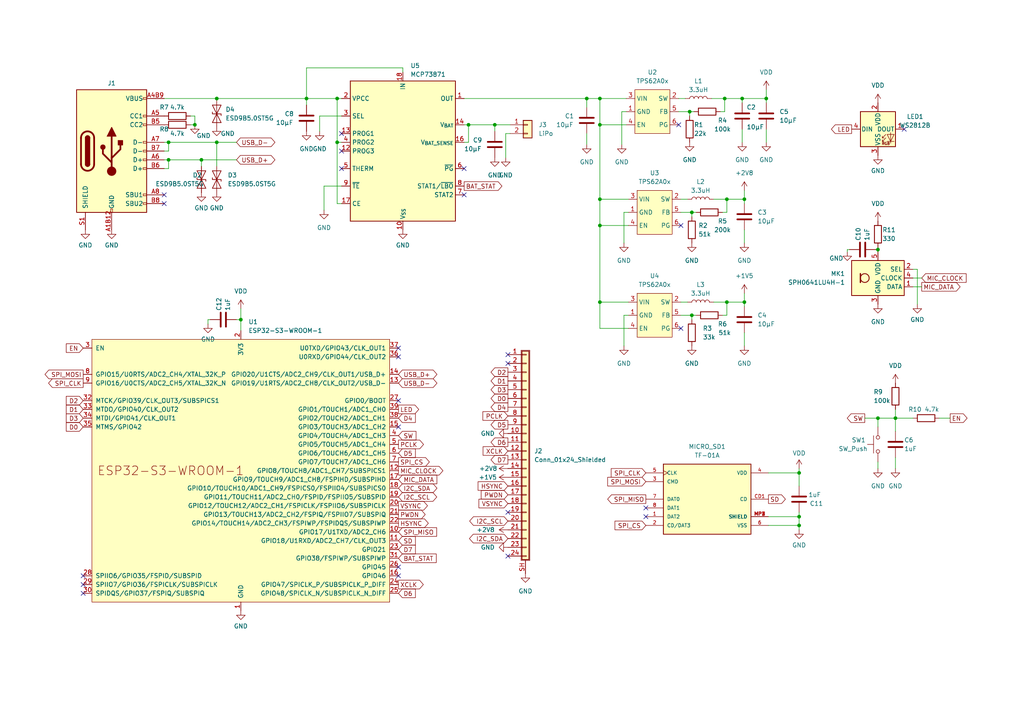
<source format=kicad_sch>
(kicad_sch (version 20230121) (generator eeschema)
  (paper "A4")
  (lib_symbols
    (symbol "Battery_Management:MCP73871"
      (property "Reference" "U" (at -7.62 24.13 0))
      (property "Value" "MCP73871" (at -15.24 21.59 0))
      (symbol "MCP73871_1_1"
        (pin power_out line (at 17.78 15.24 180) (length 2.54) (name "OUT") (number "1"))
        (pin power_in line (at 0 -22.86 90) (length 2.54) (name "V_{SS}") (number "10"))
        (pin passive line (at 0 -22.86 90) (length 2.54) hide (name "V_{SS}") (number "11"))
        (pin bidirectional line (at -17.78 0 0) (length 2.54) (name "PROG3") (number "12"))
        (pin bidirectional line (at -17.78 5.08 0) (length 2.54) (name "PROG1") (number "13"))
        (pin power_out line (at 17.78 7.62 180) (length 2.54) (name "V_{BAT}") (number "14"))
        (pin passive line (at 17.78 7.62 180) (length 2.54) hide (name "V_{BAT}") (number "15"))
        (pin input line (at 17.78 2.54 180) (length 2.54) (name "V_{BAT_SENSE}") (number "16"))
        (pin input line (at -17.78 -15.24 0) (length 2.54) (name "CE") (number "17"))
        (pin power_in line (at 0 22.86 270) (length 2.54) (name "IN") (number "18"))
        (pin passive line (at 0 22.86 270) (length 2.54) hide (name "IN") (number "19"))
        (pin input line (at -17.78 15.24 0) (length 2.54) (name "VPCC") (number "2"))
        (pin passive line (at 17.78 15.24 180) (length 2.54) hide (name "OUT") (number "20"))
        (pin passive line (at 0 -22.86 90) (length 2.54) hide (name "V_{SS}") (number "21"))
        (pin input line (at -17.78 10.16 0) (length 2.54) (name "SEL") (number "3"))
        (pin input line (at -17.78 2.54 0) (length 2.54) (name "PROG2") (number "4"))
        (pin bidirectional line (at -17.78 -5.08 0) (length 2.54) (name "THERM") (number "5"))
        (pin open_collector line (at 17.78 -5.08 180) (length 2.54) (name "~{PG}") (number "6"))
        (pin open_collector line (at 17.78 -12.7 180) (length 2.54) (name "STAT2") (number "7"))
        (pin open_collector line (at 17.78 -10.16 180) (length 2.54) (name "STAT1/~{LBO}") (number "8"))
        (pin input line (at -17.78 -10.16 0) (length 2.54) (name "~{TE}") (number "9"))
      )
    )
    (symbol "Connector_Generic:Conn_01x02" (pin_names (offset 1.016) hide)
      (property "Reference" "J" (at 0 2.54 0))
      (property "Value" "Conn_01x02" (at 0 -5.08 0))
      (symbol "Conn_01x02_1_1"
        (pin passive line (at -5.08 0 0) (length 3.81) (name "Pin_1") (number "1"))
        (pin passive line (at -5.08 -2.54 0) (length 3.81) (name "Pin_2") (number "2"))
      )
    )
    (symbol "Connector_Generic_Shielded:Conn_01x24_Shielded" (pin_names (offset 1.016) hide)
      (property "Reference" "J" (at 0.254 30.226 0))
      (property "Value" "Conn_01x24_Shielded" (at 1.016 -32.766 0))
      (symbol "Conn_01x24_Shielded_1_1"
        (pin passive line (at -5.08 27.94 0) (length 4.064) (name "Pin_1") (number "1"))
        (pin passive line (at -5.08 5.08 0) (length 4.064) (name "Pin_10") (number "10"))
        (pin passive line (at -5.08 2.54 0) (length 4.064) (name "Pin_11") (number "11"))
        (pin passive line (at -5.08 0 0) (length 4.064) (name "Pin_12") (number "12"))
        (pin passive line (at -5.08 -2.54 0) (length 4.064) (name "Pin_13") (number "13"))
        (pin passive line (at -5.08 -5.08 0) (length 4.064) (name "Pin_14") (number "14"))
        (pin passive line (at -5.08 -7.62 0) (length 4.064) (name "Pin_15") (number "15"))
        (pin passive line (at -5.08 -10.16 0) (length 4.064) (name "Pin_16") (number "16"))
        (pin passive line (at -5.08 -12.7 0) (length 4.064) (name "Pin_17") (number "17"))
        (pin passive line (at -5.08 -15.24 0) (length 4.064) (name "Pin_18") (number "18"))
        (pin passive line (at -5.08 -17.78 0) (length 4.064) (name "Pin_19") (number "19"))
        (pin passive line (at -5.08 25.4 0) (length 4.064) (name "Pin_2") (number "2"))
        (pin passive line (at -5.08 -20.32 0) (length 4.064) (name "Pin_20") (number "20"))
        (pin passive line (at -5.08 -22.86 0) (length 4.064) (name "Pin_21") (number "21"))
        (pin passive line (at -5.08 -25.4 0) (length 4.064) (name "Pin_22") (number "22"))
        (pin passive line (at -5.08 -27.94 0) (length 4.064) (name "Pin_23") (number "23"))
        (pin passive line (at -5.08 -30.48 0) (length 4.064) (name "Pin_24") (number "24"))
        (pin passive line (at -5.08 22.86 0) (length 4.064) (name "Pin_3") (number "3"))
        (pin passive line (at -5.08 20.32 0) (length 4.064) (name "Pin_4") (number "4"))
        (pin passive line (at -5.08 17.78 0) (length 4.064) (name "Pin_5") (number "5"))
        (pin passive line (at -5.08 15.24 0) (length 4.064) (name "Pin_6") (number "6"))
        (pin passive line (at -5.08 12.7 0) (length 4.064) (name "Pin_7") (number "7"))
        (pin passive line (at -5.08 10.16 0) (length 4.064) (name "Pin_8") (number "8"))
        (pin passive line (at -5.08 7.62 0) (length 4.064) (name "Pin_9") (number "9"))
        (pin passive line (at 0 -35.56 90) (length 3.81) (name "Shield") (number "SH"))
      )
    )
    (symbol "Device:C" (pin_numbers hide) (pin_names (offset 0.254))
      (property "Reference" "C" (at 0.635 2.54 0))
      (property "Value" "C" (at 0.635 -2.54 0))
      (symbol "C_1_1"
        (pin passive line (at 0 3.81 270) (length 2.794) (name "~") (number "1"))
        (pin passive line (at 0 -3.81 90) (length 2.794) (name "~") (number "2"))
      )
    )
    (symbol "Device:L" (pin_numbers hide) (pin_names (offset 1.016) hide)
      (property "Reference" "L" (at -1.27 0 90))
      (property "Value" "L" (at 1.905 0 90))
      (symbol "L_1_1"
        (pin passive line (at 0 3.81 270) (length 1.27) (name "1") (number "1"))
        (pin passive line (at 0 -3.81 90) (length 1.27) (name "2") (number "2"))
      )
    )
    (symbol "Device:R" (pin_numbers hide) (pin_names (offset 0))
      (property "Reference" "R" (at 2.032 0 90))
      (property "Value" "R" (at 0 0 90))
      (symbol "R_1_1"
        (pin passive line (at 0 3.81 270) (length 1.27) (name "~") (number "1"))
        (pin passive line (at 0 -3.81 90) (length 1.27) (name "~") (number "2"))
      )
    )
    (symbol "Diode:ESD9B5.0ST5G" (pin_numbers hide) (pin_names (offset 1.016) hide)
      (property "Reference" "D" (at 0 2.54 0))
      (property "Value" "ESD9B5.0ST5G" (at 0 -2.54 0))
      (symbol "ESD9B5.0ST5G_1_1"
        (pin passive line (at -3.81 0 0) (length 2.54) (name "A1") (number "1"))
        (pin passive line (at 3.81 0 180) (length 2.54) (name "A2") (number "2"))
      )
    )
    (symbol "PCM_Espressif:ESP32-S3-WROOM-1" (pin_names (offset 1.016))
      (property "Reference" "U" (at -43.18 43.18 0))
      (property "Value" "ESP32-S3-WROOM-1" (at -43.18 40.64 0))
      (symbol "ESP32-S3-WROOM-1_0_0"
        (text "ESP32-S3-WROOM-1" (at -20.32 0 0) (effects (font (size 2.54 2.54))))
        (pin power_in line (at 0 -40.64 90) (length 2.54) (name "GND") (number "1"))
        (pin bidirectional line (at 45.72 -17.78 180) (length 2.54) (name "GPIO17/U1TXD/ADC2_CH6") (number "10"))
        (pin bidirectional line (at 45.72 -20.32 180) (length 2.54) (name "GPIO18/U1RXD/ADC2_CH7/CLK_OUT3") (number "11"))
        (pin bidirectional line (at 45.72 0 180) (length 2.54) (name "GPIO8/TOUCH8/ADC1_CH7/SUBSPICS1") (number "12"))
        (pin bidirectional line (at 45.72 25.4 180) (length 2.54) (name "GPIO19/U1RTS/ADC2_CH8/CLK_OUT2/USB_D-") (number "13"))
        (pin bidirectional line (at 45.72 27.94 180) (length 2.54) (name "GPIO20/U1CTS/ADC2_CH9/CLK_OUT1/USB_D+") (number "14"))
        (pin bidirectional line (at 45.72 12.7 180) (length 2.54) (name "GPIO3/TOUCH3/ADC1_CH2") (number "15"))
        (pin bidirectional line (at 45.72 -30.48 180) (length 2.54) (name "GPIO46") (number "16"))
        (pin bidirectional line (at 45.72 -2.54 180) (length 2.54) (name "GPIO9/TOUCH9/ADC1_CH8/FSPIHD/SUBSPIHD") (number "17"))
        (pin bidirectional line (at 45.72 -5.08 180) (length 2.54) (name "GPIO10/TOUCH10/ADC1_CH9/FSPICS0/FSPIIO4/SUBSPICS0") (number "18"))
        (pin bidirectional line (at 45.72 -7.62 180) (length 2.54) (name "GPIO11/TOUCH11/ADC2_CH0/FSPID/FSPIIO5/SUBSPID") (number "19"))
        (pin power_in line (at 0 40.64 270) (length 2.54) (name "3V3") (number "2"))
        (pin bidirectional line (at 45.72 -10.16 180) (length 2.54) (name "GPIO12/TOUCH12/ADC2_CH1/FSPICLK/FSPIIO6/SUBSPICLK") (number "20"))
        (pin bidirectional line (at 45.72 -12.7 180) (length 2.54) (name "GPIO13/TOUCH13/ADC2_CH2/FSPIQ/FSPIIO7/SUBSPIQ") (number "21"))
        (pin bidirectional line (at 45.72 -15.24 180) (length 2.54) (name "GPIO14/TOUCH14/ADC2_CH3/FSPIWP/FSPIDQS/SUBSPIWP") (number "22"))
        (pin bidirectional line (at 45.72 -22.86 180) (length 2.54) (name "GPIO21") (number "23"))
        (pin bidirectional line (at 45.72 -33.02 180) (length 2.54) (name "GPIO47/SPICLK_P/SUBSPICLK_P_DIFF") (number "24"))
        (pin bidirectional line (at 45.72 -35.56 180) (length 2.54) (name "GPIO48/SPICLK_N/SUBSPICLK_N_DIFF") (number "25"))
        (pin bidirectional line (at 45.72 -27.94 180) (length 2.54) (name "GPIO45") (number "26"))
        (pin bidirectional line (at 45.72 20.32 180) (length 2.54) (name "GPIO0/BOOT") (number "27"))
        (pin bidirectional line (at -45.72 -30.48 0) (length 2.54) (name "SPIIO6/GPIO35/FSPID/SUBSPID") (number "28"))
        (pin bidirectional line (at -45.72 -33.02 0) (length 2.54) (name "SPIIO7/GPIO36/FSPICLK/SUBSPICLK") (number "29"))
        (pin input line (at -45.72 35.56 0) (length 2.54) (name "EN") (number "3"))
        (pin bidirectional line (at -45.72 -35.56 0) (length 2.54) (name "SPIDQS/GPIO37/FSPIQ/SUBSPIQ") (number "30"))
        (pin bidirectional line (at 45.72 -25.4 180) (length 2.54) (name "GPIO38/FSPIWP/SUBSPIWP") (number "31"))
        (pin bidirectional line (at -45.72 20.32 0) (length 2.54) (name "MTCK/GPIO39/CLK_OUT3/SUBSPICS1") (number "32"))
        (pin bidirectional line (at -45.72 17.78 0) (length 2.54) (name "MTDO/GPIO40/CLK_OUT2") (number "33"))
        (pin bidirectional line (at -45.72 15.24 0) (length 2.54) (name "MTDI/GPIO41/CLK_OUT1") (number "34"))
        (pin bidirectional line (at -45.72 12.7 0) (length 2.54) (name "MTMS/GPIO42") (number "35"))
        (pin bidirectional line (at 45.72 33.02 180) (length 2.54) (name "U0RXD/GPIO44/CLK_OUT2") (number "36"))
        (pin bidirectional line (at 45.72 35.56 180) (length 2.54) (name "U0TXD/GPIO43/CLK_OUT1") (number "37"))
        (pin bidirectional line (at 45.72 15.24 180) (length 2.54) (name "GPIO2/TOUCH2/ADC1_CH1") (number "38"))
        (pin bidirectional line (at 45.72 17.78 180) (length 2.54) (name "GPIO1/TOUCH1/ADC1_CH0") (number "39"))
        (pin bidirectional line (at 45.72 10.16 180) (length 2.54) (name "GPIO4/TOUCH4/ADC1_CH3") (number "4"))
        (pin passive line (at 0 -40.64 90) (length 2.54) hide (name "GND") (number "40"))
        (pin passive line (at 0 -40.64 90) (length 2.54) hide (name "GND") (number "41"))
        (pin bidirectional line (at 45.72 7.62 180) (length 2.54) (name "GPIO5/TOUCH5/ADC1_CH4") (number "5"))
        (pin bidirectional line (at 45.72 5.08 180) (length 2.54) (name "GPIO6/TOUCH6/ADC1_CH5") (number "6"))
        (pin bidirectional line (at 45.72 2.54 180) (length 2.54) (name "GPIO7/TOUCH7/ADC1_CH6") (number "7"))
        (pin bidirectional line (at -45.72 27.94 0) (length 2.54) (name "GPIO15/U0RTS/ADC2_CH4/XTAL_32K_P") (number "8"))
        (pin bidirectional line (at -45.72 25.4 0) (length 2.54) (name "GPIO16/U0CTS/ADC2_CH5/XTAL_32K_N") (number "9"))
      )
    )
    (symbol "Sensor_Audio:SPH0641LU4H-1"
      (property "Reference" "MK" (at 5.08 6.35 0))
      (property "Value" "SPH0641LU4H-1" (at 8.89 -6.35 0))
      (symbol "SPH0641LU4H-1_1_1"
        (pin output line (at 10.16 -2.54 180) (length 2.54) (name "DATA") (number "1"))
        (pin input line (at 10.16 2.54 180) (length 2.54) (name "SEL") (number "2"))
        (pin power_in line (at 0 -7.62 90) (length 2.54) (name "GND") (number "3"))
        (pin input line (at 10.16 0 180) (length 2.54) (name "CLOCK") (number "4"))
        (pin power_in line (at 0 7.62 270) (length 2.54) (name "VDD") (number "5"))
      )
    )
    (symbol "Switch:SW_Push" (pin_numbers hide) (pin_names (offset 1.016) hide)
      (property "Reference" "SW" (at 1.27 2.54 0))
      (property "Value" "SW_Push" (at 0 -1.524 0))
      (symbol "SW_Push_0_1"
        (pin passive line (at -5.08 0 0) (length 2.54) (name "1") (number "1"))
        (pin passive line (at 5.08 0 180) (length 2.54) (name "2") (number "2"))
      )
    )
    (symbol "TinyESP32CamLibrary:TPS62A0x"
      (property "Reference" "U" (at -3.81 7.62 0))
      (property "Value" "TPS62A0x" (at 3.81 7.62 0))
      (symbol "TPS62A0x_1_1"
        (pin power_in line (at -7.62 0 0) (length 2.54) (name "GND") (number "1"))
        (pin power_out line (at 7.62 3.81 180) (length 2.54) (name "SW") (number "2"))
        (pin power_in line (at -7.62 3.81 0) (length 2.54) (name "VIN") (number "3"))
        (pin input line (at -7.62 -3.81 0) (length 2.54) (name "EN") (number "4"))
        (pin input line (at 7.62 0 180) (length 2.54) (name "FB") (number "5"))
        (pin output line (at 7.62 -3.81 180) (length 2.54) (name "PG") (number "6"))
      )
    )
    (symbol "WOBCLibrary:TF-01A" (pin_names (offset 1.016))
      (property "Reference" "MICRO_SD" (at -12.7 10.795 0))
      (property "Value" "TF-01A" (at -12.7 -12.7 0))
      (symbol "TF-01A_0_0"
        (pin bidirectional line (at -17.78 -5.08 0) (length 5.08) (name "DAT2") (number "1"))
        (pin bidirectional line (at -17.78 -7.62 0) (length 5.08) (name "CD/DAT3") (number "2"))
        (pin bidirectional line (at -17.78 5.08 0) (length 5.08) (name "CMD") (number "3"))
        (pin power_in line (at 17.78 7.62 180) (length 5.08) (name "VDD") (number "4"))
        (pin bidirectional clock (at -17.78 7.62 0) (length 5.08) (name "CLK") (number "5"))
        (pin power_in line (at 17.78 -7.62 180) (length 5.08) (name "VSS") (number "6"))
        (pin bidirectional line (at -17.78 0 0) (length 5.08) (name "DAT0") (number "7"))
        (pin bidirectional line (at -17.78 -2.54 0) (length 5.08) (name "DAT1") (number "8"))
        (pin passive line (at 17.78 0 180) (length 5.08) (name "CD") (number "CD1"))
        (pin power_in line (at 17.78 -5.08 180) (length 5.08) (name "SHIELD") (number "MP1"))
        (pin power_in line (at 17.78 -5.08 180) (length 5.08) (name "SHIELD") (number "MP2"))
        (pin power_in line (at 17.78 -5.08 180) (length 5.08) (name "SHIELD") (number "MP3"))
        (pin power_in line (at 17.78 -5.08 180) (length 5.08) (name "SHIELD") (number "MP4"))
      )
    )
    (symbol "WOBCLibrary:USB_C_Receptacle_USB2.0" (pin_names (offset 1.016))
      (property "Reference" "J1" (at 0 20.32 0))
      (symbol "USB_C_Receptacle_USB2.0_1_1"
        (pin passive line (at 0 -22.86 90) (length 5.08) hide (name "GND") (number "A12B1"))
        (pin passive line (at 0 -22.86 90) (length 5.08) (name "GND") (number "A1B12"))
        (pin passive line (at 15.24 15.24 180) (length 5.08) (name "VBUS") (number "A4B9"))
        (pin bidirectional line (at 15.24 10.16 180) (length 5.08) (name "CC1") (number "A5"))
        (pin bidirectional line (at 15.24 -2.54 180) (length 5.08) (name "D+") (number "A6"))
        (pin bidirectional line (at 15.24 2.54 180) (length 5.08) (name "D-") (number "A7"))
        (pin bidirectional line (at 15.24 -12.7 180) (length 5.08) (name "SBU1") (number "A8"))
        (pin passive line (at 15.24 15.24 180) (length 5.08) hide (name "VBUS") (number "A9B4"))
        (pin bidirectional line (at 15.24 7.62 180) (length 5.08) (name "CC2") (number "B5"))
        (pin bidirectional line (at 15.24 -5.08 180) (length 5.08) (name "D+") (number "B6"))
        (pin bidirectional line (at 15.24 0 180) (length 5.08) (name "D-") (number "B7"))
        (pin bidirectional line (at 15.24 -15.24 180) (length 5.08) (name "SBU2") (number "B8"))
        (pin passive line (at -7.62 -22.86 90) (length 5.08) (name "SHIELD") (number "S1"))
        (pin passive line (at -7.62 -22.86 90) (length 5.08) hide (name "SHIELD") (number "S2"))
      )
    )
    (symbol "WOBCLibrary:WS2812B" (pin_names (offset 0.254))
      (property "Reference" "D" (at 5.08 5.715 0))
      (property "Value" "WS2812B" (at 1.27 -5.715 0))
      (symbol "WS2812B_0_0"
        (text "RGB" (at 2.286 -4.191 0) (effects (font (size 0.762 0.762))))
      )
      (symbol "WS2812B_1_1"
        (pin output line (at 7.62 0 180) (length 2.54) (name "DOUT") (number "1"))
        (pin power_in line (at 0 7.62 270) (length 2.54) (name "VDD") (number "2"))
        (pin power_in line (at 0 -7.62 90) (length 2.54) (name "VSS") (number "3"))
        (pin input line (at -7.62 0 0) (length 2.54) (name "DIN") (number "4"))
      )
    )
    (symbol "power:+1V5" (power) (pin_names (offset 0))
      (property "Value" "+1V5" (at 0 3.556 0))
      (symbol "+1V5_1_1"
        (pin power_in line (at 0 0 90) (length 0) hide (name "+1V5") (number "1"))
      )
    )
    (symbol "power:+2V8" (power) (pin_names (offset 0))
      (property "Value" "+2V8" (at 0 3.556 0))
      (symbol "+2V8_1_1"
        (pin power_in line (at 0 0 90) (length 0) hide (name "+2V8") (number "1"))
      )
    )
    (symbol "power:GND" (power) (pin_names (offset 0))
      (property "Value" "GND" (at 0 -3.81 0))
      (symbol "GND_1_1"
        (pin power_in line (at 0 0 270) (length 0) hide (name "GND") (number "1"))
      )
    )
    (symbol "power:VDD" (power) (pin_names (offset 0))
      (property "Value" "VDD" (at 0 3.81 0))
      (symbol "VDD_1_1"
        (pin power_in line (at 0 0 90) (length 0) hide (name "VDD") (number "1"))
      )
    )
  )
  (junction (at 143.51 36.195))
  (junction (at 215.9 57.785))
  (junction (at 69.85 92.71))
  (junction (at 210.185 28.575))
  (junction (at 259.715 121.285))
  (junction (at 56.515 36.195))
  (junction (at 135.89 36.195))
  (junction (at 215.9 87.63))
  (junction (at 200.66 61.595))
  (junction (at 88.9 28.575))
  (junction (at 173.99 28.575))
  (junction (at 200.025 32.385))
  (junction (at 200.66 91.44))
  (junction (at 97.79 28.575))
  (junction (at 62.865 41.275))
  (junction (at 62.865 28.575))
  (junction (at 48.895 41.275))
  (junction (at 210.82 57.785))
  (junction (at 215.265 28.575))
  (junction (at 173.99 65.405))
  (junction (at 173.99 87.63))
  (junction (at 170.18 28.575))
  (junction (at 97.79 41.275))
  (junction (at 173.99 36.195))
  (junction (at 231.775 149.86))
  (junction (at 254.635 72.39))
  (junction (at 210.82 87.63))
  (junction (at 231.775 137.16))
  (junction (at 231.775 152.4))
  (junction (at 58.42 46.355))
  (junction (at 173.99 57.785))
  (junction (at 222.25 28.575))
  (junction (at 254.635 121.285))
  (junction (at 48.895 46.355))
  (no_connect (at 147.32 148.59))
  (no_connect (at 24.13 172.085))
  (no_connect (at 99.06 38.735))
  (no_connect (at 262.255 37.465))
  (no_connect (at 24.13 167.005))
  (no_connect (at 147.32 105.41))
  (no_connect (at 134.62 48.895))
  (no_connect (at 187.325 149.86))
  (no_connect (at 147.32 161.29))
  (no_connect (at 115.57 164.465))
  (no_connect (at 115.57 123.825))
  (no_connect (at 187.325 147.32))
  (no_connect (at 99.06 48.895))
  (no_connect (at 115.57 167.005))
  (no_connect (at 147.32 102.87))
  (no_connect (at 24.13 169.545))
  (no_connect (at 115.57 116.205))
  (no_connect (at 134.62 56.515))
  (no_connect (at 115.57 100.965))
  (no_connect (at 196.85 36.195))
  (no_connect (at 47.625 59.055))
  (no_connect (at 99.06 43.815))
  (no_connect (at 47.625 56.515))
  (no_connect (at 197.485 65.405))
  (no_connect (at 115.57 103.505))
  (no_connect (at 197.485 95.25))
  (wire (pts (xy 173.99 65.405) (xy 182.245 65.405)))
  (wire (pts (xy 62.865 41.275) (xy 68.58 41.275)))
  (wire (pts (xy 231.775 137.16) (xy 231.775 140.97)))
  (wire (pts (xy 58.42 46.355) (xy 58.42 48.26)))
  (wire (pts (xy 254.635 121.285) (xy 259.715 121.285)))
  (wire (pts (xy 92.71 33.655) (xy 92.71 38.1)))
  (wire (pts (xy 206.375 28.575) (xy 210.185 28.575)))
  (wire (pts (xy 222.885 137.16) (xy 231.775 137.16)))
  (wire (pts (xy 209.55 61.595) (xy 210.82 61.595)))
  (wire (pts (xy 60.325 93.98) (xy 60.325 92.71)))
  (wire (pts (xy 69.85 92.71) (xy 69.85 89.535)))
  (wire (pts (xy 200.66 61.595) (xy 201.93 61.595)))
  (wire (pts (xy 146.685 38.735) (xy 146.685 45.72)))
  (wire (pts (xy 222.885 149.86) (xy 231.775 149.86)))
  (wire (pts (xy 200.025 32.385) (xy 201.295 32.385)))
  (wire (pts (xy 147.955 38.735) (xy 146.685 38.735)))
  (wire (pts (xy 222.25 28.575) (xy 222.25 29.845)))
  (wire (pts (xy 180.975 61.595) (xy 180.975 70.485)))
  (wire (pts (xy 48.895 41.275) (xy 62.865 41.275)))
  (wire (pts (xy 173.99 95.25) (xy 182.245 95.25)))
  (wire (pts (xy 88.9 19.685) (xy 88.9 28.575)))
  (wire (pts (xy 267.335 80.645) (xy 264.795 80.645)))
  (wire (pts (xy 245.745 73.025) (xy 245.745 72.39)))
  (wire (pts (xy 254 72.39) (xy 254.635 72.39)))
  (wire (pts (xy 68.58 92.71) (xy 69.85 92.71)))
  (wire (pts (xy 210.185 28.575) (xy 210.185 32.385)))
  (wire (pts (xy 245.745 72.39) (xy 246.38 72.39)))
  (wire (pts (xy 254.635 133.985) (xy 254.635 135.89)))
  (wire (pts (xy 215.9 55.245) (xy 215.9 57.785)))
  (wire (pts (xy 173.99 28.575) (xy 181.61 28.575)))
  (wire (pts (xy 267.335 83.185) (xy 264.795 83.185)))
  (wire (pts (xy 134.62 28.575) (xy 170.18 28.575)))
  (wire (pts (xy 173.99 36.195) (xy 173.99 57.785)))
  (wire (pts (xy 259.715 121.285) (xy 259.715 125.095)))
  (wire (pts (xy 182.245 91.44) (xy 180.975 91.44)))
  (wire (pts (xy 48.895 41.275) (xy 48.895 43.815)))
  (wire (pts (xy 222.25 26.035) (xy 222.25 28.575)))
  (wire (pts (xy 116.84 19.685) (xy 88.9 19.685)))
  (wire (pts (xy 99.06 33.655) (xy 92.71 33.655)))
  (wire (pts (xy 231.775 153.67) (xy 231.775 152.4)))
  (wire (pts (xy 254.635 123.825) (xy 254.635 121.285)))
  (wire (pts (xy 88.9 28.575) (xy 97.79 28.575)))
  (wire (pts (xy 56.515 33.655) (xy 56.515 36.195)))
  (wire (pts (xy 254.635 72.39) (xy 254.635 73.025)))
  (wire (pts (xy 197.485 61.595) (xy 200.66 61.595)))
  (wire (pts (xy 200.66 91.44) (xy 200.66 92.71)))
  (wire (pts (xy 222.25 28.575) (xy 215.265 28.575)))
  (wire (pts (xy 231.775 152.4) (xy 231.775 149.86)))
  (wire (pts (xy 222.25 37.465) (xy 222.25 41.275)))
  (wire (pts (xy 116.84 20.955) (xy 116.84 19.685)))
  (wire (pts (xy 134.62 41.275) (xy 135.89 41.275)))
  (wire (pts (xy 62.865 28.575) (xy 62.865 29.21)))
  (wire (pts (xy 93.98 53.975) (xy 93.98 60.96)))
  (wire (pts (xy 259.715 132.715) (xy 259.715 135.89)))
  (wire (pts (xy 207.01 57.785) (xy 210.82 57.785)))
  (wire (pts (xy 180.975 91.44) (xy 180.975 100.33)))
  (wire (pts (xy 47.625 48.895) (xy 48.895 48.895)))
  (wire (pts (xy 173.99 65.405) (xy 173.99 87.63)))
  (wire (pts (xy 222.885 152.4) (xy 231.775 152.4)))
  (wire (pts (xy 259.715 121.285) (xy 264.795 121.285)))
  (wire (pts (xy 215.265 29.845) (xy 215.265 28.575)))
  (wire (pts (xy 182.245 87.63) (xy 173.99 87.63)))
  (wire (pts (xy 209.55 91.44) (xy 210.82 91.44)))
  (wire (pts (xy 196.85 32.385) (xy 200.025 32.385)))
  (wire (pts (xy 60.325 92.71) (xy 60.96 92.71)))
  (wire (pts (xy 47.625 28.575) (xy 62.865 28.575)))
  (wire (pts (xy 47.625 46.355) (xy 48.895 46.355)))
  (wire (pts (xy 254.635 71.755) (xy 254.635 72.39)))
  (wire (pts (xy 196.85 28.575) (xy 198.755 28.575)))
  (wire (pts (xy 47.625 41.275) (xy 48.895 41.275)))
  (wire (pts (xy 135.89 36.195) (xy 143.51 36.195)))
  (wire (pts (xy 170.18 31.115) (xy 170.18 28.575)))
  (wire (pts (xy 99.06 53.975) (xy 93.98 53.975)))
  (wire (pts (xy 215.9 66.675) (xy 215.9 70.485)))
  (wire (pts (xy 259.715 118.745) (xy 259.715 121.285)))
  (wire (pts (xy 62.865 41.275) (xy 62.865 48.26)))
  (wire (pts (xy 58.42 46.355) (xy 68.58 46.355)))
  (wire (pts (xy 210.185 28.575) (xy 215.265 28.575)))
  (wire (pts (xy 173.99 95.25) (xy 173.99 87.63)))
  (wire (pts (xy 180.975 61.595) (xy 182.245 61.595)))
  (wire (pts (xy 143.51 36.195) (xy 147.955 36.195)))
  (wire (pts (xy 200.66 91.44) (xy 201.93 91.44)))
  (wire (pts (xy 231.775 148.59) (xy 231.775 149.86)))
  (wire (pts (xy 231.775 135.89) (xy 231.775 137.16)))
  (wire (pts (xy 173.99 57.785) (xy 182.245 57.785)))
  (wire (pts (xy 69.85 92.71) (xy 69.85 95.885)))
  (wire (pts (xy 215.9 87.63) (xy 215.9 88.9)))
  (wire (pts (xy 62.865 28.575) (xy 88.9 28.575)))
  (wire (pts (xy 97.79 28.575) (xy 99.06 28.575)))
  (wire (pts (xy 200.025 32.385) (xy 200.025 33.655)))
  (wire (pts (xy 47.625 43.815) (xy 48.895 43.815)))
  (wire (pts (xy 199.39 57.785) (xy 197.485 57.785)))
  (wire (pts (xy 97.79 41.275) (xy 97.79 59.055)))
  (wire (pts (xy 210.82 87.63) (xy 215.9 87.63)))
  (wire (pts (xy 97.79 41.275) (xy 97.79 28.575)))
  (wire (pts (xy 199.39 87.63) (xy 197.485 87.63)))
  (wire (pts (xy 143.51 36.195) (xy 143.51 38.1)))
  (wire (pts (xy 48.895 46.355) (xy 48.895 48.895)))
  (wire (pts (xy 134.62 36.195) (xy 135.89 36.195)))
  (wire (pts (xy 135.89 41.275) (xy 135.89 36.195)))
  (wire (pts (xy 88.9 28.575) (xy 88.9 30.48)))
  (wire (pts (xy 197.485 91.44) (xy 200.66 91.44)))
  (wire (pts (xy 170.18 38.735) (xy 170.18 41.91)))
  (wire (pts (xy 250.825 121.285) (xy 254.635 121.285)))
  (wire (pts (xy 48.895 46.355) (xy 58.42 46.355)))
  (wire (pts (xy 180.34 32.385) (xy 181.61 32.385)))
  (wire (pts (xy 97.79 59.055) (xy 99.06 59.055)))
  (wire (pts (xy 264.795 78.105) (xy 266.065 78.105)))
  (wire (pts (xy 99.06 41.275) (xy 97.79 41.275)))
  (wire (pts (xy 272.415 121.285) (xy 275.59 121.285)))
  (wire (pts (xy 215.9 85.09) (xy 215.9 87.63)))
  (wire (pts (xy 170.18 28.575) (xy 173.99 28.575)))
  (wire (pts (xy 200.66 61.595) (xy 200.66 62.865)))
  (wire (pts (xy 266.065 88.265) (xy 266.065 78.105)))
  (wire (pts (xy 210.82 57.785) (xy 215.9 57.785)))
  (wire (pts (xy 173.99 36.195) (xy 181.61 36.195)))
  (wire (pts (xy 173.99 28.575) (xy 173.99 36.195)))
  (wire (pts (xy 215.9 59.055) (xy 215.9 57.785)))
  (wire (pts (xy 215.9 96.52) (xy 215.9 100.33)))
  (wire (pts (xy 215.265 37.465) (xy 215.265 41.275)))
  (wire (pts (xy 55.245 36.195) (xy 56.515 36.195)))
  (wire (pts (xy 210.82 91.44) (xy 210.82 87.63)))
  (wire (pts (xy 173.99 57.785) (xy 173.99 65.405)))
  (wire (pts (xy 208.915 32.385) (xy 210.185 32.385)))
  (wire (pts (xy 210.82 57.785) (xy 210.82 61.595)))
  (wire (pts (xy 55.245 33.655) (xy 56.515 33.655)))
  (wire (pts (xy 207.01 87.63) (xy 210.82 87.63)))
  (wire (pts (xy 180.34 32.385) (xy 180.34 41.91)))
  (global_label "D7" (shape output) (at 147.32 133.35 180) (property "Intersheetrefs" "${INTERSHEET_REFS}" (effects hide)))
  (global_label "MIC_CLOCK" (shape input) (at 267.335 80.645 0) (property "Intersheetrefs" "${INTERSHEET_REFS}" (effects hide)))
  (global_label "USB_D-" (shape bidirectional) (at 115.57 111.125 0) (property "Intersheetrefs" "${INTERSHEET_REFS}" (effects hide)))
  (global_label "LED" (shape output) (at 247.015 37.465 180) (property "Intersheetrefs" "${INTERSHEET_REFS}" (effects hide)))
  (global_label "XCLK" (shape output) (at 115.57 169.545 0) (property "Intersheetrefs" "${INTERSHEET_REFS}" (effects hide)))
  (global_label "SPI_CS" (shape output) (at 115.57 133.985 0) (property "Intersheetrefs" "${INTERSHEET_REFS}" (effects hide)))
  (global_label "SW" (shape input) (at 115.57 126.365 0) (property "Intersheetrefs" "${INTERSHEET_REFS}" (effects hide)))
  (global_label "I2C_SDA" (shape bidirectional) (at 147.32 156.21 180) (property "Intersheetrefs" "${INTERSHEET_REFS}" (effects hide)))
  (global_label "SW" (shape output) (at 250.825 121.285 180) (property "Intersheetrefs" "${INTERSHEET_REFS}" (effects hide)))
  (global_label "SPI_CLK" (shape output) (at 24.13 111.125 180) (property "Intersheetrefs" "${INTERSHEET_REFS}" (effects hide)))
  (global_label "HSYNC" (shape input) (at 147.32 140.97 180) (property "Intersheetrefs" "${INTERSHEET_REFS}" (effects hide)))
  (global_label "LED" (shape output) (at 115.57 118.745 0) (property "Intersheetrefs" "${INTERSHEET_REFS}" (effects hide)))
  (global_label "USB_D-" (shape bidirectional) (at 68.58 41.275 0) (property "Intersheetrefs" "${INTERSHEET_REFS}" (effects hide)))
  (global_label "D0" (shape output) (at 147.32 115.57 180) (property "Intersheetrefs" "${INTERSHEET_REFS}" (effects hide)))
  (global_label "USB_D+" (shape bidirectional) (at 115.57 108.585 0) (property "Intersheetrefs" "${INTERSHEET_REFS}" (effects hide)))
  (global_label "I2C_SCL" (shape bidirectional) (at 115.57 144.145 0) (property "Intersheetrefs" "${INTERSHEET_REFS}" (effects hide)))
  (global_label "SPI_CLK" (shape input) (at 187.325 137.16 180) (property "Intersheetrefs" "${INTERSHEET_REFS}" (effects hide)))
  (global_label "I2C_SDA" (shape bidirectional) (at 115.57 141.605 0) (property "Intersheetrefs" "${INTERSHEET_REFS}" (effects hide)))
  (global_label "XCLK" (shape input) (at 147.32 130.81 180) (property "Intersheetrefs" "${INTERSHEET_REFS}" (effects hide)))
  (global_label "PWDN" (shape input) (at 147.32 143.51 180) (property "Intersheetrefs" "${INTERSHEET_REFS}" (effects hide)))
  (global_label "VSYNC" (shape output) (at 115.57 146.685 0) (property "Intersheetrefs" "${INTERSHEET_REFS}" (effects hide)))
  (global_label "SPI_MOSI" (shape input) (at 187.325 139.7 180) (property "Intersheetrefs" "${INTERSHEET_REFS}" (effects hide)))
  (global_label "HSYNC" (shape output) (at 115.57 151.765 0) (property "Intersheetrefs" "${INTERSHEET_REFS}" (effects hide)))
  (global_label "BAT_STAT" (shape input) (at 115.57 161.925 0) (property "Intersheetrefs" "${INTERSHEET_REFS}" (effects hide)))
  (global_label "EN" (shape output) (at 275.59 121.285 0) (property "Intersheetrefs" "${INTERSHEET_REFS}" (effects hide)))
  (global_label "D3" (shape output) (at 147.32 113.03 180) (property "Intersheetrefs" "${INTERSHEET_REFS}" (effects hide)))
  (global_label "D5" (shape input) (at 115.57 131.445 0) (property "Intersheetrefs" "${INTERSHEET_REFS}" (effects hide)))
  (global_label "D0" (shape input) (at 24.13 123.825 180) (property "Intersheetrefs" "${INTERSHEET_REFS}" (effects hide)))
  (global_label "D6" (shape output) (at 147.32 128.27 180) (property "Intersheetrefs" "${INTERSHEET_REFS}" (effects hide)))
  (global_label "PCLK" (shape output) (at 115.57 128.905 0) (property "Intersheetrefs" "${INTERSHEET_REFS}" (effects hide)))
  (global_label "D1" (shape output) (at 147.32 110.49 180) (property "Intersheetrefs" "${INTERSHEET_REFS}" (effects hide)))
  (global_label "I2C_SCL" (shape bidirectional) (at 147.32 151.13 180) (property "Intersheetrefs" "${INTERSHEET_REFS}" (effects hide)))
  (global_label "SPI_MISO" (shape input) (at 115.57 154.305 0) (property "Intersheetrefs" "${INTERSHEET_REFS}" (effects hide)))
  (global_label "MIC_DATA" (shape input) (at 115.57 139.065 0) (property "Intersheetrefs" "${INTERSHEET_REFS}" (effects hide)))
  (global_label "PCLK" (shape input) (at 147.32 120.65 180) (property "Intersheetrefs" "${INTERSHEET_REFS}" (effects hide)))
  (global_label "SD" (shape input) (at 115.57 156.845 0) (property "Intersheetrefs" "${INTERSHEET_REFS}" (effects hide)))
  (global_label "BAT_STAT" (shape output) (at 134.62 53.975 0) (property "Intersheetrefs" "${INTERSHEET_REFS}" (effects hide)))
  (global_label "PWDN" (shape output) (at 115.57 149.225 0) (property "Intersheetrefs" "${INTERSHEET_REFS}" (effects hide)))
  (global_label "D4" (shape input) (at 115.57 121.285 0) (property "Intersheetrefs" "${INTERSHEET_REFS}" (effects hide)))
  (global_label "MIC_DATA" (shape output) (at 267.335 83.185 0) (property "Intersheetrefs" "${INTERSHEET_REFS}" (effects hide)))
  (global_label "MIC_CLOCK" (shape output) (at 115.57 136.525 0) (property "Intersheetrefs" "${INTERSHEET_REFS}" (effects hide)))
  (global_label "VSYNC" (shape input) (at 147.32 146.05 180) (property "Intersheetrefs" "${INTERSHEET_REFS}" (effects hide)))
  (global_label "SPI_MOSI" (shape output) (at 24.13 108.585 180) (property "Intersheetrefs" "${INTERSHEET_REFS}" (effects hide)))
  (global_label "D6" (shape input) (at 115.57 172.085 0) (property "Intersheetrefs" "${INTERSHEET_REFS}" (effects hide)))
  (global_label "USB_D+" (shape bidirectional) (at 68.58 46.355 0) (property "Intersheetrefs" "${INTERSHEET_REFS}" (effects hide)))
  (global_label "D2" (shape output) (at 147.32 107.95 180) (property "Intersheetrefs" "${INTERSHEET_REFS}" (effects hide)))
  (global_label "D2" (shape input) (at 24.13 116.205 180) (property "Intersheetrefs" "${INTERSHEET_REFS}" (effects hide)))
  (global_label "D5" (shape output) (at 147.32 123.19 180) (property "Intersheetrefs" "${INTERSHEET_REFS}" (effects hide)))
  (global_label "D1" (shape input) (at 24.13 118.745 180) (property "Intersheetrefs" "${INTERSHEET_REFS}" (effects hide)))
  (global_label "D7" (shape input) (at 115.57 159.385 0) (property "Intersheetrefs" "${INTERSHEET_REFS}" (effects hide)))
  (global_label "SPI_CS" (shape input) (at 187.325 152.4 180) (property "Intersheetrefs" "${INTERSHEET_REFS}" (effects hide)))
  (global_label "D3" (shape input) (at 24.13 121.285 180) (property "Intersheetrefs" "${INTERSHEET_REFS}" (effects hide)))
  (global_label "SPI_MISO" (shape output) (at 187.325 144.78 180) (property "Intersheetrefs" "${INTERSHEET_REFS}" (effects hide)))
  (global_label "SD" (shape output) (at 222.885 144.78 0) (property "Intersheetrefs" "${INTERSHEET_REFS}" (effects hide)))
  (global_label "D4" (shape output) (at 147.32 118.11 180) (property "Intersheetrefs" "${INTERSHEET_REFS}" (effects hide)))
  (global_label "EN" (shape input) (at 24.13 100.965 180) (property "Intersheetrefs" "${INTERSHEET_REFS}" (effects hide)))
  (symbol (lib_id "PCM_Espressif:ESP32-S3-WROOM-1") (at 69.85 136.525 0) (unit 1)
    (property "Reference" "U1" (at 72.0441 93.345 0) (effects (justify left)))
    (property "Value" "ESP32-S3-WROOM-1" (at 72.0441 95.885 0) (effects (justify left)))
    (property "Footprint" "PCM_Espressif:ESP32-S3-WROOM-1" (effects hide))
    (property "Datasheet" "https://www.espressif.com/sites/default/files/documentation/esp32-s3-wroom-1_wroom-1u_datasheet_en.pdf" (effects hide))
  )
  (symbol (lib_id "Device:C") (at 250.19 72.39 90) (unit 1)
    (property "Reference" "C10" (at 248.92 69.85 0) (effects (justify left)))
    (property "Value" "1uF" (at 251.46 69.85 0) (effects (justify left)))
    (property "Footprint" "Capacitor_SMD:C_0402_1005Metric" (effects hide))
  )
  (symbol (lib_id "Device:C") (at 222.25 33.655 0) (unit 1)
    (property "Reference" "C5" (at 226.06 32.385 0) (effects (justify left)))
    (property "Value" "10µF" (at 226.06 34.925 0) (effects (justify left)))
    (property "Footprint" "Capacitor_SMD:C_0603_1608Metric" (effects hide))
  )
  (symbol (lib_id "power:GND") (at 88.9 38.1 0) (unit 1)
    (property "Reference" "#PWR031" (effects hide))
    (property "Value" "GND" (at 88.9 43.18 0))
  )
  (symbol (lib_id "power:GND") (at 62.865 36.83 0) (unit 1)
    (property "Reference" "#PWR023" (effects hide))
    (property "Value" "GND" (at 66.04 38.735 0))
  )
  (symbol (lib_id "TinyESP32CamLibrary:TPS62A0x") (at 189.23 32.385 0) (unit 1)
    (property "Reference" "U2" (at 189.23 20.955 0))
    (property "Value" "TPS62A0x" (at 189.23 23.495 0))
    (property "Footprint" "Package_TO_SOT_SMD:SOT-563" (effects hide))
    (property "Datasheet" "https://www.ti.com/jp/lit/ds/symlink/tps62a01.pdf?ts=1696775379390&ref_url=https%253A%252F%252Fwww.ti.com%252Fproduct%252Fja-jp%252FTPS62A01" (effects hide))
  )
  (symbol (lib_id "power:GND") (at 200.66 100.33 0) (unit 1)
    (property "Reference" "#PWR08" (effects hide))
    (property "Value" "GND" (at 200.66 105.41 0))
  )
  (symbol (lib_id "power:GND") (at 215.9 100.33 0) (unit 1)
    (property "Reference" "#PWR013" (effects hide))
    (property "Value" "GND" (at 215.9 105.41 0))
  )
  (symbol (lib_id "power:VDD") (at 254.635 64.135 0) (unit 1)
    (property "Reference" "#PWR044" (effects hide))
    (property "Value" "VDD" (at 254.635 59.055 0))
  )
  (symbol (lib_id "power:GND") (at 147.32 158.75 270) (mirror x) (unit 1)
    (property "Reference" "#PWR042" (effects hide))
    (property "Value" "GND" (at 143.51 158.75 90) (effects (justify right)))
  )
  (symbol (lib_id "Device:C") (at 143.51 41.91 0) (unit 1)
    (property "Reference" "C9" (at 137.16 40.64 0) (effects (justify left)))
    (property "Value" "10µF" (at 134.62 43.18 0) (effects (justify left)))
    (property "Footprint" "Capacitor_SMD:C_0603_1608Metric" (effects hide))
  )
  (symbol (lib_id "Device:C") (at 170.18 34.925 0) (unit 1)
    (property "Reference" "C1" (at 163.83 33.655 0) (effects (justify left)))
    (property "Value" "10µF" (at 161.29 36.195 0) (effects (justify left)))
    (property "Footprint" "Capacitor_SMD:C_0603_1608Metric" (effects hide))
  )
  (symbol (lib_id "power:GND") (at 56.515 36.195 0) (unit 1)
    (property "Reference" "#PWR020" (effects hide))
    (property "Value" "GND" (at 59.055 39.37 0))
  )
  (symbol (lib_id "power:GND") (at 152.4 166.37 0) (unit 1)
    (property "Reference" "#PWR027" (effects hide))
    (property "Value" "GND" (at 152.4 171.45 0))
  )
  (symbol (lib_id "WOBCLibrary:USB_C_Receptacle_USB2.0") (at 32.385 43.815 0) (unit 1)
    (property "Reference" "J1" (at 32.385 24.13 0))
    (property "Value" "TYPE-C 16PFS 2JCB0.8-H7.45 IPX8" (effects hide))
    (property "Footprint" "WOBCLibrary:USB-C-SMD_SHOUHAN_TYPE-C-16PFS-2JCB0.8-H7.45" (effects hide))
    (property "Datasheet" "https://www.usb.org/sites/default/files/documents/usb_type-c.zip" (effects hide))
  )
  (symbol (lib_id "Device:L") (at 202.565 28.575 90) (unit 1)
    (property "Reference" "L1" (at 202.565 23.495 90))
    (property "Value" "3.3uH" (at 202.565 26.035 90))
    (property "Footprint" "Inductor_SMD:L_Murata_DFE201610P" (effects hide))
  )
  (symbol (lib_id "Device:R") (at 259.715 114.935 0) (unit 1)
    (property "Reference" "R9" (at 253.365 113.665 0) (effects (justify left)))
    (property "Value" "100k" (at 253.365 116.205 0) (effects (justify left)))
    (property "Footprint" "Resistor_SMD:R_0402_1005Metric" (effects hide))
  )
  (symbol (lib_id "power:GND") (at 200.66 70.485 0) (unit 1)
    (property "Reference" "#PWR07" (effects hide))
    (property "Value" "GND" (at 200.66 75.565 0))
  )
  (symbol (lib_id "Device:R") (at 200.66 66.675 0) (unit 1)
    (property "Reference" "R2" (at 202.565 65.405 0) (effects (justify left)))
    (property "Value" "51k" (at 202.565 67.945 0) (effects (justify left)))
    (property "Footprint" "Resistor_SMD:R_0402_1005Metric" (effects hide))
  )
  (symbol (lib_id "power:+2V8") (at 147.32 135.89 90) (mirror x) (unit 1)
    (property "Reference" "#PWR039" (effects hide))
    (property "Value" "+2V8" (at 141.605 135.89 90))
  )
  (symbol (lib_id "power:VDD") (at 69.85 89.535 0) (unit 1)
    (property "Reference" "#PWR036" (effects hide))
    (property "Value" "VDD" (at 69.85 84.455 0))
  )
  (symbol (lib_id "power:GND") (at 254.635 135.89 0) (unit 1)
    (property "Reference" "#PWR024" (effects hide))
    (property "Value" "GND" (at 254.635 140.97 0))
  )
  (symbol (lib_id "power:+1V5") (at 147.32 138.43 90) (mirror x) (unit 1)
    (property "Reference" "#PWR040" (effects hide))
    (property "Value" "+1V5" (at 144.145 138.43 90) (effects (justify left)))
  )
  (symbol (lib_id "Device:R") (at 254.635 67.945 0) (unit 1)
    (property "Reference" "R11" (at 255.905 66.675 0) (effects (justify left)))
    (property "Value" "330" (at 255.905 69.215 0) (effects (justify left)))
    (property "Footprint" "Resistor_SMD:R_0402_1005Metric" (effects hide))
  )
  (symbol (lib_id "power:GND") (at 69.85 177.165 0) (unit 1)
    (property "Reference" "#PWR046" (effects hide))
    (property "Value" "GND" (at 69.85 181.61 0))
  )
  (symbol (lib_id "Device:R") (at 200.66 96.52 0) (unit 1)
    (property "Reference" "R3" (at 203.835 95.25 0) (effects (justify left)))
    (property "Value" "33k" (at 203.835 97.79 0) (effects (justify left)))
    (property "Footprint" "Resistor_SMD:R_0402_1005Metric" (effects hide))
  )
  (symbol (lib_id "power:GND") (at 215.265 41.275 0) (unit 1)
    (property "Reference" "#PWR09" (effects hide))
    (property "Value" "GND" (at 215.265 46.355 0))
  )
  (symbol (lib_id "power:GND") (at 245.745 73.025 0) (unit 1)
    (property "Reference" "#PWR045" (effects hide))
    (property "Value" "GND" (at 242.57 74.93 0))
  )
  (symbol (lib_id "Device:C") (at 231.775 144.78 180) (unit 1)
    (property "Reference" "C11" (at 238.76 146.05 0) (effects (justify left)))
    (property "Value" "1uF" (at 238.125 143.51 0) (effects (justify left)))
    (property "Footprint" "Capacitor_SMD:C_0402_1005Metric" (effects hide))
  )
  (symbol (lib_id "Device:C") (at 215.9 62.865 0) (unit 1)
    (property "Reference" "C3" (at 219.71 61.595 0) (effects (justify left)))
    (property "Value" "10µF" (at 219.71 64.135 0) (effects (justify left)))
    (property "Footprint" "Capacitor_SMD:C_0603_1608Metric" (effects hide))
  )
  (symbol (lib_id "power:GND") (at 116.84 66.675 0) (unit 1)
    (property "Reference" "#PWR032" (effects hide))
    (property "Value" "GND" (at 116.84 71.12 0))
  )
  (symbol (lib_id "Diode:ESD9B5.0ST5G") (at 62.865 33.02 90) (unit 1)
    (property "Reference" "D4" (at 65.405 31.75 90) (effects (justify right)))
    (property "Value" "ESD9B5.0ST5G" (at 65.405 34.29 90) (effects (justify right)))
    (property "Footprint" "Diode_SMD:D_SOD-523" (effects hide))
    (property "Datasheet" "https://www.onsemi.com/pub/Collateral/ESD9B-D.PDF" (effects hide))
  )
  (symbol (lib_id "power:GND") (at 222.25 41.275 0) (unit 1)
    (property "Reference" "#PWR015" (effects hide))
    (property "Value" "GND" (at 222.25 46.355 0))
  )
  (symbol (lib_id "Device:C") (at 215.265 33.655 0) (unit 1)
    (property "Reference" "C2" (at 216.535 31.115 0) (effects (justify left)))
    (property "Value" "10µF" (at 216.535 36.83 0) (effects (justify left)))
    (property "Footprint" "Capacitor_SMD:C_0603_1608Metric" (effects hide))
  )
  (symbol (lib_id "Diode:ESD9B5.0ST5G") (at 62.865 52.07 90) (unit 1)
    (property "Reference" "D3" (at 66.04 50.8 90) (effects (justify right)))
    (property "Value" "ESD9B5.0ST5G" (at 66.04 53.34 90) (effects (justify right)))
    (property "Footprint" "Diode_SMD:D_SOD-523" (effects hide))
    (property "Datasheet" "https://www.onsemi.com/pub/Collateral/ESD9B-D.PDF" (effects hide))
  )
  (symbol (lib_id "TinyESP32CamLibrary:TPS62A0x") (at 189.865 61.595 0) (unit 1)
    (property "Reference" "U3" (at 189.865 50.165 0))
    (property "Value" "TPS62A0x" (at 189.865 52.705 0))
    (property "Footprint" "Package_TO_SOT_SMD:SOT-563" (effects hide))
    (property "Datasheet" "https://www.ti.com/jp/lit/ds/symlink/tps62a01.pdf?ts=1696775379390&ref_url=https%253A%252F%252Fwww.ti.com%252Fproduct%252Fja-jp%252FTPS62A01" (effects hide))
  )
  (symbol (lib_id "power:VDD") (at 259.715 111.125 0) (unit 1)
    (property "Reference" "#PWR025" (effects hide))
    (property "Value" "VDD" (at 259.715 106.045 0))
  )
  (symbol (lib_id "Device:R") (at 205.105 32.385 270) (unit 1)
    (property "Reference" "R4" (at 209.55 34.925 90))
    (property "Value" "100k" (at 209.55 37.465 90))
    (property "Footprint" "Resistor_SMD:R_0402_1005Metric" (effects hide))
  )
  (symbol (lib_id "Device:C") (at 215.9 92.71 0) (unit 1)
    (property "Reference" "C4" (at 219.71 91.44 0) (effects (justify left)))
    (property "Value" "10µF" (at 219.71 93.98 0) (effects (justify left)))
    (property "Footprint" "Capacitor_SMD:C_0603_1608Metric" (effects hide))
  )
  (symbol (lib_id "power:VDD") (at 231.775 135.89 0) (unit 1)
    (property "Reference" "#PWR017" (effects hide))
    (property "Value" "VDD" (at 231.775 131.445 0))
  )
  (symbol (lib_id "power:GND") (at 254.635 88.265 0) (unit 1)
    (property "Reference" "#PWR043" (effects hide))
    (property "Value" "GND" (at 254.635 93.345 0))
  )
  (symbol (lib_id "Battery_Management:MCP73871") (at 116.84 43.815 0) (unit 1)
    (property "Reference" "U5" (at 119.0341 19.05 0) (effects (justify left)))
    (property "Value" "MCP73871" (at 119.0341 21.59 0) (effects (justify left)))
    (property "Footprint" "Package_DFN_QFN:QFN-20-1EP_4x4mm_P0.5mm_EP2.5x2.5mm" (effects hide))
    (property "Datasheet" "http://www.mouser.com/ds/2/268/22090a-52174.pdf" (effects hide))
  )
  (symbol (lib_id "power:VDD") (at 222.25 26.035 0) (unit 1)
    (property "Reference" "#PWR014" (effects hide))
    (property "Value" "VDD" (at 222.25 20.955 0))
  )
  (symbol (lib_id "power:GND") (at 92.71 38.1 0) (unit 1)
    (property "Reference" "#PWR01" (effects hide))
    (property "Value" "GND" (at 92.71 43.18 0))
  )
  (symbol (lib_id "power:GND") (at 266.065 88.265 0) (unit 1)
    (property "Reference" "#PWR028" (effects hide))
    (property "Value" "GND" (at 266.065 92.71 0))
  )
  (symbol (lib_id "power:GND") (at 180.975 70.485 0) (unit 1)
    (property "Reference" "#PWR04" (effects hide))
    (property "Value" "GND" (at 180.975 75.565 0))
  )
  (symbol (lib_id "power:GND") (at 60.325 93.98 0) (unit 1)
    (property "Reference" "#PWR037" (effects hide))
    (property "Value" "GND" (at 60.325 98.425 0))
  )
  (symbol (lib_id "power:GND") (at 62.865 55.88 0) (unit 1)
    (property "Reference" "#PWR019" (effects hide))
    (property "Value" "GND" (at 62.865 60.325 0))
  )
  (symbol (lib_id "power:GND") (at 146.685 45.72 0) (unit 1)
    (property "Reference" "#PWR034" (effects hide))
    (property "Value" "GND" (at 146.685 50.8 0))
  )
  (symbol (lib_id "power:GND") (at 32.385 66.675 0) (unit 1)
    (property "Reference" "#PWR021" (effects hide))
    (property "Value" "GND" (at 32.385 71.12 0))
  )
  (symbol (lib_id "power:GND") (at 147.32 125.73 270) (mirror x) (unit 1)
    (property "Reference" "#PWR038" (effects hide))
    (property "Value" "GND" (at 143.51 125.73 90) (effects (justify right)))
  )
  (symbol (lib_id "Device:R") (at 205.74 61.595 270) (unit 1)
    (property "Reference" "R5" (at 209.55 64.135 90))
    (property "Value" "200k" (at 209.55 66.675 90))
    (property "Footprint" "Resistor_SMD:R_0402_1005Metric" (effects hide))
  )
  (symbol (lib_id "power:GND") (at 231.775 153.67 0) (unit 1)
    (property "Reference" "#PWR016" (effects hide))
    (property "Value" "GND" (at 231.775 158.115 0))
  )
  (symbol (lib_id "Device:L") (at 203.2 57.785 90) (unit 1)
    (property "Reference" "L2" (at 203.2 52.705 90))
    (property "Value" "3.3uH" (at 203.2 55.245 90))
    (property "Footprint" "Inductor_SMD:L_Murata_DFE201610P" (effects hide))
  )
  (symbol (lib_id "power:GND") (at 259.715 135.89 0) (unit 1)
    (property "Reference" "#PWR026" (effects hide))
    (property "Value" "GND" (at 259.715 140.97 0))
  )
  (symbol (lib_id "Device:R") (at 200.025 37.465 0) (unit 1)
    (property "Reference" "R1" (at 201.295 36.195 0) (effects (justify left)))
    (property "Value" "22k" (at 201.295 38.735 0) (effects (justify left)))
    (property "Footprint" "Resistor_SMD:R_0402_1005Metric" (effects hide))
  )
  (symbol (lib_id "power:GND") (at 93.98 60.96 0) (unit 1)
    (property "Reference" "#PWR035" (effects hide))
    (property "Value" "GND" (at 93.98 66.04 0))
  )
  (symbol (lib_id "power:+1V5") (at 215.9 85.09 0) (unit 1)
    (property "Reference" "#PWR012" (effects hide))
    (property "Value" "+1V5" (at 215.9 80.01 0))
  )
  (symbol (lib_id "power:GND") (at 180.34 41.91 0) (unit 1)
    (property "Reference" "#PWR03" (effects hide))
    (property "Value" "GND" (at 180.34 46.99 0))
  )
  (symbol (lib_id "Device:R") (at 51.435 36.195 90) (unit 1)
    (property "Reference" "R8" (at 47.625 37.465 90))
    (property "Value" "4.7k" (at 51.435 38.735 90))
    (property "Footprint" "Resistor_SMD:R_0402_1005Metric" (effects hide))
  )
  (symbol (lib_id "power:GND") (at 215.9 70.485 0) (unit 1)
    (property "Reference" "#PWR011" (effects hide))
    (property "Value" "GND" (at 215.9 75.565 0))
  )
  (symbol (lib_id "Device:L") (at 203.2 87.63 90) (unit 1)
    (property "Reference" "L3" (at 203.2 82.55 90))
    (property "Value" "3.3uH" (at 203.2 85.09 90))
    (property "Footprint" "Inductor_SMD:L_Murata_DFE201610P" (effects hide))
  )
  (symbol (lib_id "power:GND") (at 170.18 41.91 0) (unit 1)
    (property "Reference" "#PWR02" (effects hide))
    (property "Value" "GND" (at 170.18 46.99 0))
  )
  (symbol (lib_id "Device:R") (at 51.435 33.655 90) (unit 1)
    (property "Reference" "R7" (at 47.625 31.115 90))
    (property "Value" "4.7k" (at 51.435 31.115 90))
    (property "Footprint" "Resistor_SMD:R_0402_1005Metric" (effects hide))
  )
  (symbol (lib_id "power:GND") (at 143.51 45.72 0) (unit 1)
    (property "Reference" "#PWR033" (effects hide))
    (property "Value" "GND" (at 143.51 50.8 0))
  )
  (symbol (lib_id "power:+2V8") (at 147.32 153.67 90) (mirror x) (unit 1)
    (property "Reference" "#PWR041" (effects hide))
    (property "Value" "+2V8" (at 143.51 153.67 90) (effects (justify left)))
  )
  (symbol (lib_id "power:GND") (at 200.025 41.275 0) (unit 1)
    (property "Reference" "#PWR06" (effects hide))
    (property "Value" "GND" (at 200.025 46.355 0))
  )
  (symbol (lib_id "Switch:SW_Push") (at 254.635 128.905 90) (unit 1)
    (property "Reference" "SW1" (at 247.015 127.635 90) (effects (justify right)))
    (property "Value" "SW_Push" (at 243.205 130.175 90) (effects (justify right)))
    (property "Footprint" "WOBCLibrary:TVAF06-A020B-R" (effects hide))
  )
  (symbol (lib_id "Device:R") (at 205.74 91.44 90) (unit 1)
    (property "Reference" "R6" (at 209.55 93.98 90))
    (property "Value" "51k" (at 210.185 96.52 90))
    (property "Footprint" "Resistor_SMD:R_0402_1005Metric" (effects hide))
  )
  (symbol (lib_id "TinyESP32CamLibrary:TPS62A0x") (at 189.865 91.44 0) (unit 1)
    (property "Reference" "U4" (at 189.865 80.01 0))
    (property "Value" "TPS62A0x" (at 189.865 82.55 0))
    (property "Footprint" "Package_TO_SOT_SMD:SOT-563" (effects hide))
    (property "Datasheet" "https://www.ti.com/jp/lit/ds/symlink/tps62a01.pdf?ts=1696775379390&ref_url=https%253A%252F%252Fwww.ti.com%252Fproduct%252Fja-jp%252FTPS62A01" (effects hide))
  )
  (symbol (lib_id "WOBCLibrary:WS2812B") (at 254.635 37.465 0) (unit 1)
    (property "Reference" "LED1" (at 265.43 33.8171 0))
    (property "Value" "WS2812B" (at 265.43 36.3571 0))
    (property "Footprint" "WOBCLibrary:LED_XL-1615RGBC-WS2812B" (effects hide))
    (property "Datasheet" "https://cdn-shop.adafruit.com/datasheets/WS2812B.pdf" (effects hide))
  )
  (symbol (lib_id "power:GND") (at 180.975 100.33 0) (unit 1)
    (property "Reference" "#PWR05" (effects hide))
    (property "Value" "GND" (at 180.975 105.41 0))
  )
  (symbol (lib_id "power:VDD") (at 254.635 29.845 0) (unit 1)
    (property "Reference" "#PWR029" (effects hide))
    (property "Value" "VDD" (at 254.635 24.765 0))
  )
  (symbol (lib_id "Device:C") (at 259.715 128.905 0) (unit 1)
    (property "Reference" "C6" (at 262.255 127.635 0) (effects (justify left)))
    (property "Value" "1uF" (at 262.255 130.175 0) (effects (justify left)))
    (property "Footprint" "Capacitor_SMD:C_0402_1005Metric" (effects hide))
  )
  (symbol (lib_id "Connector_Generic:Conn_01x02") (at 153.035 36.195 0) (unit 1)
    (property "Reference" "J3" (at 156.21 36.195 0) (effects (justify left)))
    (property "Value" "LiPo" (at 156.21 38.735 0) (effects (justify left)))
    (property "Footprint" "Connector_JST:JST_PH_S2B-PH-K_1x02_P2.00mm_Horizontal" (effects hide))
  )
  (symbol (lib_id "Device:C") (at 64.77 92.71 90) (unit 1)
    (property "Reference" "C12" (at 63.5 90.17 0) (effects (justify left)))
    (property "Value" "1uF" (at 66.04 90.17 0) (effects (justify left)))
    (property "Footprint" "Capacitor_SMD:C_0402_1005Metric" (effects hide))
  )
  (symbol (lib_id "Diode:ESD9B5.0ST5G") (at 58.42 52.07 90) (unit 1)
    (property "Reference" "D2" (at 55.88 50.8 90) (effects (justify right)))
    (property "Value" "ESD9B5.0ST5G" (at 45.085 53.34 90) (effects (justify right)))
    (property "Footprint" "Diode_SMD:D_SOD-523" (effects hide))
    (property "Datasheet" "https://www.onsemi.com/pub/Collateral/ESD9B-D.PDF" (effects hide))
  )
  (symbol (lib_id "Device:C") (at 88.9 34.29 0) (unit 1)
    (property "Reference" "C8" (at 82.55 33.02 0) (effects (justify left)))
    (property "Value" "10µF" (at 80.01 35.56 0) (effects (justify left)))
    (property "Footprint" "Capacitor_SMD:C_0603_1608Metric" (effects hide))
  )
  (symbol (lib_id "Device:R") (at 268.605 121.285 90) (unit 1)
    (property "Reference" "R10" (at 267.335 118.745 90) (effects (justify left)))
    (property "Value" "4.7k" (at 272.415 118.745 90) (effects (justify left)))
    (property "Footprint" "Resistor_SMD:R_0402_1005Metric" (effects hide))
  )
  (symbol (lib_id "power:+2V8") (at 215.9 55.245 0) (unit 1)
    (property "Reference" "#PWR010" (effects hide))
    (property "Value" "+2V8" (at 215.9 50.165 0))
  )
  (symbol (lib_id "Connector_Generic_Shielded:Conn_01x24_Shielded") (at 152.4 130.81 0) (unit 1)
    (property "Reference" "J2" (at 154.94 130.81 0) (effects (justify left)))
    (property "Value" "Conn_01x24_Shielded" (at 154.94 133.35 0) (effects (justify left)))
    (property "Footprint" "WOBCLibrary:FPC-SMD_24P-P0.50_HCTL_HC-FPC-05-10-24RLTAG" (effects hide))
  )
  (symbol (lib_id "power:GND") (at 58.42 55.88 0) (unit 1)
    (property "Reference" "#PWR018" (effects hide))
    (property "Value" "GND" (at 58.42 60.325 0))
  )
  (symbol (lib_id "power:GND") (at 24.765 66.675 0) (unit 1)
    (property "Reference" "#PWR022" (effects hide))
    (property "Value" "GND" (at 24.765 71.12 0))
  )
  (symbol (lib_id "WOBCLibrary:TF-01A") (at 205.105 144.78 0) (unit 1)
    (property "Reference" "MICRO_SD1" (at 205.105 129.54 0))
    (property "Value" "TF-01A" (at 205.105 132.08 0))
    (property "Footprint" "WOBCLibrary:TF-01A" (effects hide))
    (property "MF" "HRO Electronics Co., Ltd." (effects hide))
    (property "Description" "\nStandard Card Edge Connectors\n" (effects hide))
    (property "Package" "Package" (effects hide))
    (property "Price" "None" (effects hide))
    (property "SnapEDA_Link" "https://www.snapeda.com/parts/TF-01A/HRO+Electronics+Co.%252C+Ltd./view-part/?ref=snap" (effects hide))
    (property "MP" "TF-01A" (effects hide))
    (property "Availability" "Not in stock" (effects hide))
    (property "Check_prices" "https://www.snapeda.com/parts/TF-01A/HRO+Electronics+Co.%252C+Ltd./view-part/?ref=eda" (effects hide))
  )
  (symbol (lib_id "Sensor_Audio:SPH0641LU4H-1") (at 254.635 80.645 0) (unit 1)
    (property "Reference" "MK1" (at 245.11 79.375 0) (effects (justify right)))
    (property "Value" "SPH0641LU4H-1" (at 245.11 81.915 0) (effects (justify right)))
    (property "Footprint" "Sensor_Audio:Knowles_LGA-5_3.5x2.65mm" (effects hide))
    (property "Datasheet" "https://www.knowles.com/docs/default-source/model-downloads/sph0641lu4h-1-revb.pdf" (effects hide))
  )
  (symbol (lib_id "power:GND") (at 254.635 45.085 0) (unit 1)
    (property "Reference" "#PWR030" (effects hide))
    (property "Value" "GND" (at 254.635 49.53 0))
  )
)
</source>
